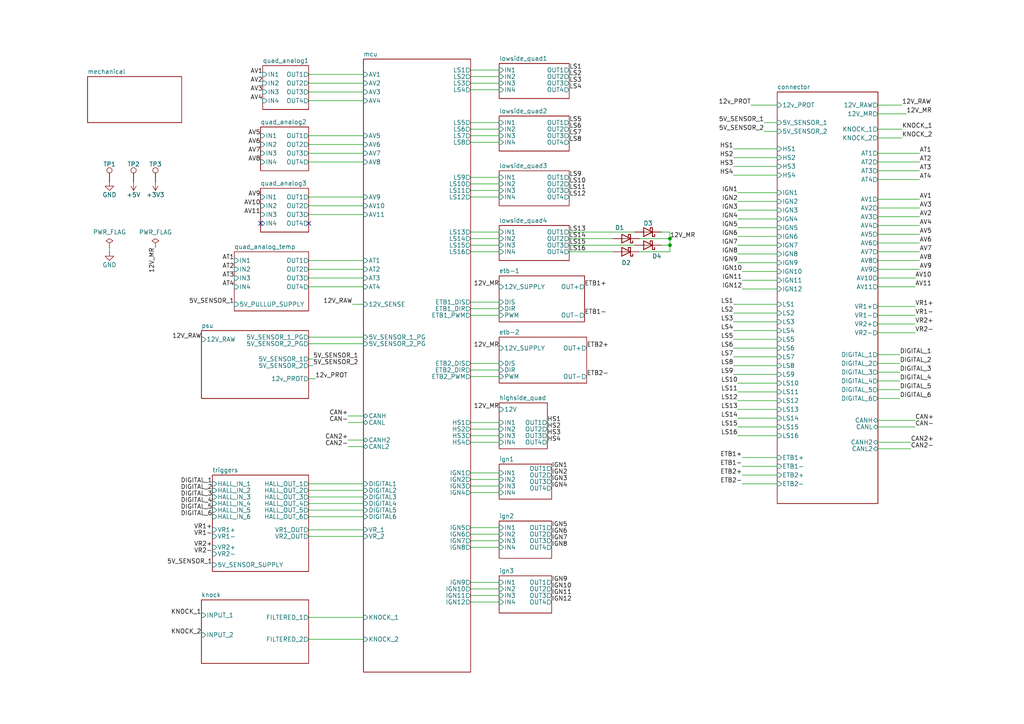
<source format=kicad_sch>
(kicad_sch (version 20250114) (generator "eeschema") (generator_version "9.0")
  (paper "A4")
  (title_block (title "rusEfi Proteus") (date "2022-04-09") (rev "v0.7") (company "rusEFI") (comment 1 "github.com/mck1117/proteus") (comment 2 "rusefi.com/s/proteus"))
  (lib_symbols
    (symbol "Device:D_Schottky" (pin_numbers (hide yes)) (pin_names (offset 1.016) (hide yes))
      (property "Reference" "D" (at 0 2.54 0))
      (property "Value" "D_Schottky" (at 0 -2.54 0))
      (symbol "D_Schottky_0_1"
        (polyline (pts (xy -1.905 0.635) (xy -1.905 1.27) (xy -1.27 1.27) (xy -1.27 -1.27) (xy -0.635 -1.27) (xy -0.635 -0.635)) (stroke (width 0.254)))
        (polyline (pts (xy 1.27 1.27) (xy 1.27 -1.27) (xy -1.27 0) (xy 1.27 1.27)) (stroke (width 0.254)))
        (polyline (pts (xy 1.27 0) (xy -1.27 0)))
      )
      (symbol "D_Schottky_1_1"
        (pin passive line (at -3.81 0 0) (length 2.54) (name "K") (number "1"))
        (pin passive line (at 3.81 0 180) (length 2.54) (name "A") (number "2"))
      )
    )
    (symbol "SparkFun-Connector:TestPoint_1.25mm" (pin_numbers (hide yes)) (pin_names (offset 0.762) (hide yes))
      (property "Reference" "TP" (at 0 5.08 0))
      (symbol "TestPoint_1.25mm_0_1"
        (circle (center 0 3.302) (radius 0.762))
      )
      (symbol "TestPoint_1.25mm_1_1"
        (pin passive line (at 0 0 90) (length 2.54) (name "1") (number "1"))
      )
    )
    (symbol "power:+3V3" (power) (pin_numbers (hide yes)) (pin_names (offset 0) (hide yes))
      (property "Value" "+3V3" (at 0 3.556 0))
      (symbol "+3V3_0_1"
        (polyline (pts (xy -0.762 1.27) (xy 0 2.54)))
        (polyline (pts (xy 0 2.54) (xy 0.762 1.27)))
        (polyline (pts (xy 0 0) (xy 0 2.54)))
      )
      (symbol "+3V3_1_1"
        (pin power_in line (at 0 0 90) (length 0) (name "~") (number "1"))
      )
    )
    (symbol "power:+5V" (power) (pin_numbers (hide yes)) (pin_names (offset 0) (hide yes))
      (property "Value" "+5V" (at 0 3.556 0))
      (symbol "+5V_0_1"
        (polyline (pts (xy -0.762 1.27) (xy 0 2.54)))
        (polyline (pts (xy 0 2.54) (xy 0.762 1.27)))
        (polyline (pts (xy 0 0) (xy 0 2.54)))
      )
      (symbol "+5V_1_1"
        (pin power_in line (at 0 0 90) (length 0) (name "~") (number "1"))
      )
    )
    (symbol "power:GND" (power) (pin_numbers (hide yes)) (pin_names (offset 0) (hide yes))
      (property "Value" "GND" (at 0 -3.81 0))
      (symbol "GND_0_1"
        (polyline (pts (xy 0 0) (xy 0 -1.27) (xy 1.27 -1.27) (xy 0 -2.54) (xy -1.27 -1.27) (xy 0 -1.27)))
      )
      (symbol "GND_1_1"
        (pin power_in line (at 0 0 270) (length 0) (name "~") (number "1"))
      )
    )
    (symbol "power:PWR_FLAG" (power) (pin_numbers (hide yes)) (pin_names (offset 0) (hide yes))
      (property "Value" "PWR_FLAG" (at 0 3.81 0))
      (symbol "PWR_FLAG_0_0"
        (pin power_out line (at 0 0 90) (length 0) (name "~") (number "1"))
      )
      (symbol "PWR_FLAG_0_1"
        (polyline (pts (xy 0 0) (xy 0 1.27) (xy -1.016 1.905) (xy 0 2.54) (xy 1.016 1.905) (xy 0 1.27)))
      )
    )
  )
  (junction (at 194.31 69.215))
  (junction (at 194.31 71.12))
  (no_connect (at 89.535 64.77))
  (no_connect (at 75.565 64.77))
  (wire (pts (xy 213.995 71.12) (xy 225.425 71.12)))
  (wire (pts (xy 136.525 53.34) (xy 144.78 53.34)))
  (wire (pts (xy 265.43 96.52) (xy 254.635 96.52)))
  (wire (pts (xy 261.62 30.48) (xy 254.635 30.48)))
  (wire (pts (xy 191.77 71.12) (xy 194.31 71.12)))
  (wire (pts (xy 266.7 52.07) (xy 254.635 52.07)))
  (wire (pts (xy 165.1 67.31) (xy 184.15 67.31)))
  (wire (pts (xy 212.725 98.425) (xy 225.425 98.425)))
  (wire (pts (xy 213.995 66.04) (xy 225.425 66.04)))
  (wire (pts (xy 215.265 135.255) (xy 225.425 135.255)))
  (wire (pts (xy 136.525 153.035) (xy 144.78 153.035)))
  (wire (pts (xy 185.42 73.025) (xy 194.31 73.025)))
  (wire (pts (xy 165.1 73.025) (xy 177.8 73.025)))
  (wire (pts (xy 212.725 48.26) (xy 225.425 48.26)))
  (wire (pts (xy 89.535 75.565) (xy 105.41 75.565)))
  (wire (pts (xy 212.725 95.885) (xy 225.425 95.885)))
  (wire (pts (xy 215.265 132.715) (xy 225.425 132.715)))
  (wire (pts (xy 136.525 109.22) (xy 144.78 109.22)))
  (wire (pts (xy 136.525 124.46) (xy 144.78 124.46)))
  (wire (pts (xy 89.535 97.79) (xy 105.41 97.79)))
  (wire (pts (xy 265.43 80.645) (xy 254.635 80.645)))
  (wire (pts (xy 185.42 69.215) (xy 194.31 69.215)))
  (wire (pts (xy 260.985 107.95) (xy 254.635 107.95)))
  (wire (pts (xy 136.525 73.025) (xy 144.78 73.025)))
  (wire (pts (xy 136.525 35.56) (xy 144.78 35.56)))
  (wire (pts (xy 136.525 22.225) (xy 144.78 22.225)))
  (wire (pts (xy 89.535 144.145) (xy 105.41 144.145)))
  (wire (pts (xy 89.535 39.37) (xy 105.41 39.37)))
  (wire (pts (xy 89.535 109.855) (xy 91.44 109.855)))
  (wire (pts (xy 265.43 123.825) (xy 254.635 123.825)))
  (wire (pts (xy 213.995 58.42) (xy 225.425 58.42)))
  (wire (pts (xy 136.525 57.15) (xy 144.78 57.15)))
  (wire (pts (xy 31.75 73.025) (xy 31.75 71.755)))
  (wire (pts (xy 136.525 122.555) (xy 144.78 122.555)))
  (wire (pts (xy 89.535 62.23) (xy 105.41 62.23)))
  (wire (pts (xy 89.535 26.67) (xy 105.41 26.67)))
  (wire (pts (xy 265.43 93.98) (xy 254.635 93.98)))
  (wire (pts (xy 136.525 142.875) (xy 144.78 142.875)))
  (wire (pts (xy 89.535 41.91) (xy 105.41 41.91)))
  (wire (pts (xy 265.43 88.9) (xy 254.635 88.9)))
  (wire (pts (xy 136.525 128.27) (xy 144.78 128.27)))
  (wire (pts (xy 260.985 105.41) (xy 254.635 105.41)))
  (wire (pts (xy 89.535 57.15) (xy 105.41 57.15)))
  (wire (pts (xy 265.43 91.44) (xy 254.635 91.44)))
  (wire (pts (xy 136.525 39.37) (xy 144.78 39.37)))
  (wire (pts (xy 136.525 156.845) (xy 144.78 156.845)))
  (wire (pts (xy 136.525 55.245) (xy 144.78 55.245)))
  (wire (pts (xy 136.525 87.63) (xy 144.78 87.63)))
  (wire (pts (xy 89.535 155.575) (xy 105.41 155.575)))
  (wire (pts (xy 89.535 142.24) (xy 105.41 142.24)))
  (wire (pts (xy 213.995 126.365) (xy 225.425 126.365)))
  (wire (pts (xy 266.7 78.105) (xy 254.635 78.105)))
  (wire (pts (xy 264.16 128.27) (xy 254.635 128.27)))
  (wire (pts (xy 89.535 185.42) (xy 105.41 185.42)))
  (wire (pts (xy 89.535 99.695) (xy 105.41 99.695)))
  (wire (pts (xy 266.7 44.45) (xy 254.635 44.45)))
  (wire (pts (xy 215.265 81.28) (xy 225.425 81.28)))
  (wire (pts (xy 89.535 140.335) (xy 105.41 140.335)))
  (wire (pts (xy 213.995 121.285) (xy 225.425 121.285)))
  (wire (pts (xy 136.525 51.435) (xy 144.78 51.435)))
  (wire (pts (xy 89.535 179.07) (xy 105.41 179.07)))
  (wire (pts (xy 191.77 67.31) (xy 194.31 67.31)))
  (wire (pts (xy 212.725 103.505) (xy 225.425 103.505)))
  (wire (pts (xy 100.965 127.635) (xy 105.41 127.635)))
  (wire (pts (xy 136.525 126.365) (xy 144.78 126.365)))
  (wire (pts (xy 260.985 115.57) (xy 254.635 115.57)))
  (wire (pts (xy 215.265 137.795) (xy 225.425 137.795)))
  (wire (pts (xy 213.995 116.205) (xy 225.425 116.205)))
  (wire (pts (xy 213.995 111.125) (xy 225.425 111.125)))
  (wire (pts (xy 213.995 55.88) (xy 225.425 55.88)))
  (wire (pts (xy 213.995 113.665) (xy 225.425 113.665)))
  (wire (pts (xy 212.725 90.805) (xy 225.425 90.805)))
  (wire (pts (xy 136.525 26.035) (xy 144.78 26.035)))
  (wire (pts (xy 165.1 71.12) (xy 184.15 71.12)))
  (wire (pts (xy 266.7 70.485) (xy 254.635 70.485)))
  (wire (pts (xy 212.725 43.18) (xy 225.425 43.18)))
  (wire (pts (xy 194.31 73.025) (xy 194.31 71.12)))
  (wire (pts (xy 212.725 100.965) (xy 225.425 100.965)))
  (wire (pts (xy 266.7 65.405) (xy 254.635 65.405)))
  (wire (pts (xy 136.525 89.535) (xy 144.78 89.535)))
  (wire (pts (xy 136.525 107.315) (xy 144.78 107.315)))
  (wire (pts (xy 89.535 146.05) (xy 105.41 146.05)))
  (wire (pts (xy 266.7 46.99) (xy 254.635 46.99)))
  (wire (pts (xy 136.525 139.065) (xy 144.78 139.065)))
  (wire (pts (xy 144.78 158.75) (xy 136.525 158.75)))
  (wire (pts (xy 212.725 45.72) (xy 225.425 45.72)))
  (wire (pts (xy 89.535 83.185) (xy 105.41 83.185)))
  (wire (pts (xy 136.525 105.41) (xy 144.78 105.41)))
  (wire (pts (xy 89.535 104.14) (xy 90.805 104.14)))
  (wire (pts (xy 217.805 30.48) (xy 225.425 30.48)))
  (wire (pts (xy 221.615 38.1) (xy 225.425 38.1)))
  (wire (pts (xy 136.525 137.16) (xy 144.78 137.16)))
  (wire (pts (xy 212.725 88.265) (xy 225.425 88.265)))
  (wire (pts (xy 215.265 78.74) (xy 225.425 78.74)))
  (wire (pts (xy 212.725 93.345) (xy 225.425 93.345)))
  (wire (pts (xy 266.7 62.865) (xy 254.635 62.865)))
  (wire (pts (xy 136.525 174.625) (xy 144.78 174.625)))
  (wire (pts (xy 136.525 168.91) (xy 144.78 168.91)))
  (wire (pts (xy 100.965 122.555) (xy 105.41 122.555)))
  (wire (pts (xy 194.31 71.12) (xy 194.31 69.215)))
  (wire (pts (xy 260.985 110.49) (xy 254.635 110.49)))
  (wire (pts (xy 165.1 69.215) (xy 177.8 69.215)))
  (wire (pts (xy 266.7 49.53) (xy 254.635 49.53)))
  (wire (pts (xy 212.725 106.045) (xy 225.425 106.045)))
  (wire (pts (xy 89.535 78.105) (xy 105.41 78.105)))
  (wire (pts (xy 136.525 20.32) (xy 144.78 20.32)))
  (wire (pts (xy 136.525 37.465) (xy 144.78 37.465)))
  (wire (pts (xy 260.985 102.87) (xy 254.635 102.87)))
  (wire (pts (xy 136.525 172.72) (xy 144.78 172.72)))
  (wire (pts (xy 194.31 67.31) (xy 194.31 69.215)))
  (wire (pts (xy 89.535 44.45) (xy 105.41 44.45)))
  (wire (pts (xy 136.525 91.44) (xy 144.78 91.44)))
  (wire (pts (xy 221.615 35.56) (xy 225.425 35.56)))
  (wire (pts (xy 136.525 24.13) (xy 144.78 24.13)))
  (wire (pts (xy 261.62 40.005) (xy 254.635 40.005)))
  (wire (pts (xy 265.43 83.185) (xy 254.635 83.185)))
  (wire (pts (xy 261.62 37.465) (xy 254.635 37.465)))
  (wire (pts (xy 213.995 76.2) (xy 225.425 76.2)))
  (wire (pts (xy 136.525 170.815) (xy 144.78 170.815)))
  (wire (pts (xy 266.7 73.025) (xy 254.635 73.025)))
  (wire (pts (xy 89.535 59.69) (xy 105.41 59.69)))
  (wire (pts (xy 89.535 24.13) (xy 105.41 24.13)))
  (wire (pts (xy 89.535 21.59) (xy 105.41 21.59)))
  (wire (pts (xy 260.985 113.03) (xy 254.635 113.03)))
  (wire (pts (xy 89.535 153.67) (xy 105.41 153.67)))
  (wire (pts (xy 264.16 130.175) (xy 254.635 130.175)))
  (wire (pts (xy 212.725 108.585) (xy 225.425 108.585)))
  (wire (pts (xy 266.7 57.785) (xy 254.635 57.785)))
  (wire (pts (xy 136.525 71.12) (xy 144.78 71.12)))
  (wire (pts (xy 213.995 118.745) (xy 225.425 118.745)))
  (wire (pts (xy 100.965 120.65) (xy 105.41 120.65)))
  (wire (pts (xy 136.525 67.31) (xy 144.78 67.31)))
  (wire (pts (xy 89.535 29.21) (xy 105.41 29.21)))
  (wire (pts (xy 136.525 69.215) (xy 144.78 69.215)))
  (wire (pts (xy 89.535 80.645) (xy 105.41 80.645)))
  (wire (pts (xy 144.78 154.94) (xy 136.525 154.94)))
  (wire (pts (xy 89.535 149.86) (xy 105.41 149.86)))
  (wire (pts (xy 213.995 68.58) (xy 225.425 68.58)))
  (wire (pts (xy 136.525 140.97) (xy 144.78 140.97)))
  (wire (pts (xy 215.265 140.335) (xy 225.425 140.335)))
  (wire (pts (xy 266.7 75.565) (xy 254.635 75.565)))
  (wire (pts (xy 265.43 121.92) (xy 254.635 121.92)))
  (wire (pts (xy 262.89 33.02) (xy 254.635 33.02)))
  (wire (pts (xy 215.265 83.82) (xy 225.425 83.82)))
  (wire (pts (xy 213.995 63.5) (xy 225.425 63.5)))
  (wire (pts (xy 89.535 147.955) (xy 105.41 147.955)))
  (wire (pts (xy 89.535 46.99) (xy 105.41 46.99)))
  (wire (pts (xy 212.725 50.8) (xy 225.425 50.8)))
  (wire (pts (xy 266.7 60.325) (xy 254.635 60.325)))
  (wire (pts (xy 136.525 41.275) (xy 144.78 41.275)))
  (wire (pts (xy 266.7 67.945) (xy 254.635 67.945)))
  (wire (pts (xy 213.995 73.66) (xy 225.425 73.66)))
  (wire (pts (xy 100.965 129.54) (xy 105.41 129.54)))
  (wire (pts (xy 90.805 106.045) (xy 89.535 106.045)))
  (wire (pts (xy 213.995 123.825) (xy 225.425 123.825)))
  (wire (pts (xy 102.235 88.265) (xy 105.41 88.265)))
  (wire (pts (xy 213.995 60.96) (xy 225.425 60.96)))
  (label "VR1-" (at 265.43 91.44 0))
  (label "KNOCK_1" (at 58.42 178.435 180))
  (label "VR2-" (at 265.43 96.52 0))
  (label "ETB2-" (at 215.265 140.335 180))
  (label "IGN11" (at 160.02 172.72 0))
  (label "HS4" (at 158.75 128.27 0))
  (label "LS8" (at 212.725 106.045 180))
  (label "IGN12" (at 215.265 83.82 180))
  (label "12v_PROT" (at 91.44 109.855 0))
  (label "AV2" (at 266.7 62.865 0))
  (label "DIGITAL_2" (at 260.985 105.41 0))
  (label "DIGITAL_1" (at 61.595 140.335 180))
  (label "DIGITAL_6" (at 61.595 149.86 180))
  (label "AV4" (at 76.2 29.21 180))
  (label "DIGITAL_6" (at 260.985 115.57 0))
  (label "IGN7" (at 213.995 71.12 180))
  (label "ETB1+" (at 169.545 83.185 0))
  (label "12V_MR" (at 45.085 71.755 270))
  (label "5V_SENSOR_2" (at 221.615 38.1 180))
  (label "12V_RAW" (at 261.62 30.48 0))
  (label "HS2" (at 212.725 45.72 180))
  (label "VR1-" (at 61.595 155.575 180))
  (label "5V_SENSOR_1" (at 61.595 163.83 180))
  (label "CAN2+" (at 264.16 128.27 0))
  (label "AV3" (at 266.7 60.325 0))
  (label "IGN4" (at 213.995 63.5 180))
  (label "AT2" (at 266.7 46.99 0))
  (label "LS3" (at 212.725 93.345 180))
  (label "IGN1" (at 160.02 135.89 0))
  (label "DIGITAL_3" (at 260.985 107.95 0))
  (label "AV4" (at 266.7 65.405 0))
  (label "12V_RAW" (at 58.42 98.425 180))
  (label "IGN8" (at 160.02 158.75 0))
  (label "AV8" (at 266.7 75.565 0))
  (label "LS5" (at 212.725 98.425 180))
  (label "HS1" (at 158.75 122.555 0))
  (label "LS11" (at 213.995 113.665 180))
  (label "IGN2" (at 213.995 58.42 180))
  (label "LS2" (at 165.1 22.225 0))
  (label "LS10" (at 165.1 53.34 0))
  (label "CAN+" (at 265.43 121.92 0))
  (label "DIGITAL_2" (at 61.595 142.24 180))
  (label "ETB2-" (at 170.18 109.22 0))
  (label "AV11" (at 75.565 62.23 180))
  (label "KNOCK_2" (at 261.62 40.005 0))
  (label "ETB1-" (at 215.265 135.255 180))
  (label "AV8" (at 75.565 46.99 180))
  (label "IGN10" (at 215.265 78.74 180))
  (label "AT3" (at 266.7 49.53 0))
  (label "AV3" (at 76.2 26.67 180))
  (label "LS5" (at 165.1 35.56 0))
  (label "12V_MR" (at 262.89 33.02 0))
  (label "IGN12" (at 160.02 174.625 0))
  (label "AV9" (at 266.7 78.105 0))
  (label "AV5" (at 266.7 67.945 0))
  (label "AV7" (at 266.7 73.025 0))
  (label "5V_SENSOR_2" (at 90.805 106.045 0))
  (label "AT4" (at 67.945 83.185 180))
  (label "LS9" (at 165.1 51.435 0))
  (label "AV7" (at 75.565 44.45 180))
  (label "CAN-" (at 100.965 122.555 180))
  (label "AV6" (at 266.7 70.485 0))
  (label "HS4" (at 212.725 50.8 180))
  (label "DIGITAL_3" (at 61.595 144.145 180))
  (label "CAN-" (at 265.43 123.825 0))
  (label "LS6" (at 212.725 100.965 180))
  (label "IGN5" (at 213.995 66.04 180))
  (label "AT1" (at 67.945 75.565 180))
  (label "KNOCK_2" (at 58.42 184.15 180))
  (label "12V_RAW" (at 102.235 88.265 180))
  (label "12V_MR" (at 144.78 100.965 180))
  (label "CAN2-" (at 264.16 130.175 0))
  (label "AT3" (at 67.945 80.645 180))
  (label "12V_MR" (at 194.31 69.215 0))
  (label "DIGITAL_1" (at 260.985 102.87 0))
  (label "AT1" (at 266.7 44.45 0))
  (label "LS13" (at 213.995 118.745 180))
  (label "LS7" (at 212.725 103.505 180))
  (label "VR2+" (at 61.595 158.75 180))
  (label "LS14" (at 213.995 121.285 180))
  (label "AV10" (at 75.565 59.69 180))
  (label "LS1" (at 165.1 20.32 0))
  (label "LS4" (at 212.725 95.885 180))
  (label "CAN+" (at 100.965 120.65 180))
  (label "LS14" (at 165.1 69.215 0))
  (label "AT4" (at 266.7 52.07 0))
  (label "LS10" (at 213.995 111.125 180))
  (label "LS2" (at 212.725 90.805 180))
  (label "LS1" (at 212.725 88.265 180))
  (label "5V_SENSOR_1" (at 67.945 88.265 180))
  (label "LS9" (at 212.725 108.585 180))
  (label "LS15" (at 213.995 123.825 180))
  (label "VR1+" (at 265.43 88.9 0))
  (label "ETB1+" (at 215.265 132.715 180))
  (label "DIGITAL_5" (at 260.985 113.03 0))
  (label "CAN2+" (at 100.965 127.635 180))
  (label "VR2-" (at 61.595 160.655 180))
  (label "ETB1-" (at 169.545 91.44 0))
  (label "ETB2+" (at 215.265 137.795 180))
  (label "LS7" (at 165.1 39.37 0))
  (label "CAN2-" (at 100.965 129.54 180))
  (label "AV5" (at 75.565 39.37 180))
  (label "VR2+" (at 265.43 93.98 0))
  (label "AV9" (at 75.565 57.15 180))
  (label "IGN6" (at 160.02 154.94 0))
  (label "LS13" (at 165.1 67.31 0))
  (label "LS12" (at 165.1 57.15 0))
  (label "AT2" (at 67.945 78.105 180))
  (label "LS8" (at 165.1 41.275 0))
  (label "HS1" (at 212.725 43.18 180))
  (label "LS11" (at 165.1 55.245 0))
  (label "IGN10" (at 160.02 170.815 0))
  (label "IGN6" (at 213.995 68.58 180))
  (label "AV2" (at 76.2 24.13 180))
  (label "DIGITAL_5" (at 61.595 147.955 180))
  (label "AV10" (at 265.43 80.645 0))
  (label "5V_SENSOR_1" (at 221.615 35.56 180))
  (label "12V_MR" (at 144.78 118.745 180))
  (label "LS16" (at 213.995 126.365 180))
  (label "IGN3" (at 213.995 60.96 180))
  (label "LS6" (at 165.1 37.465 0))
  (label "5V_SENSOR_1" (at 90.805 104.14 0))
  (label "LS12" (at 213.995 116.205 180))
  (label "HS3" (at 212.725 48.26 180))
  (label "IGN4" (at 160.02 141.605 0))
  (label "DIGITAL_4" (at 260.985 110.49 0))
  (label "IGN1" (at 213.995 55.88 180))
  (label "IGN2" (at 160.02 137.795 0))
  (label "DIGITAL_4" (at 61.595 146.05 180))
  (label "HS3" (at 158.75 126.365 0))
  (label "HS2" (at 158.75 124.46 0))
  (label "LS3" (at 165.1 24.13 0))
  (label "KNOCK_1" (at 261.62 37.465 0))
  (label "IGN9" (at 213.995 76.2 180))
  (label "IGN8" (at 213.995 73.66 180))
  (label "IGN7" (at 160.02 156.845 0))
  (label "LS15" (at 165.1 71.12 0))
  (label "IGN9" (at 160.02 168.91 0))
  (label "IGN11" (at 215.265 81.28 180))
  (label "LS16" (at 165.1 73.025 0))
  (label "12v_PROT" (at 217.805 30.48 180))
  (label "ETB2+" (at 170.18 100.965 0))
  (label "VR1+" (at 61.595 153.67 180))
  (label "LS4" (at 165.1 26.035 0))
  (label "IGN3" (at 160.02 139.7 0))
  (label "IGN5" (at 160.02 153.035 0))
  (label "AV11" (at 265.43 83.185 0))
  (label "AV6" (at 75.565 41.91 180))
  (label "12V_MR" (at 144.78 83.185 180))
  (label "AV1" (at 266.7 57.785 0))
  (label "AV1" (at 76.2 21.59 180))
  (symbol (lib_id "power:PWR_FLAG") (at 45.085 71.755 0) (unit 1)
    (property "Reference" "#FLG02" (effects (hide yes)))
    (property "Value" "PWR_FLAG" (at 45.085 67.3608 0))
    (property "Description" "Special symbol for telling ERC where power comes from" (effects (hide yes)))
  )
  (symbol (lib_id "Device:D_Schottky") (at 181.61 73.025 180) (unit 1)
    (property "Reference" "D2" (at 181.61 76.2 0))
    (property "Value" "D_Schottky" (effects (hide yes)))
    (property "Footprint" "Diode_SMD:D_SMA" (effects (hide yes)))
    (property "LCSC" "C8678" (effects (hide yes)))
    (property "LCSC_ext" "0" (effects (hide yes)))
  )
  (symbol (lib_id "Device:D_Schottky") (at 187.96 71.12 180) (unit 1)
    (property "Reference" "D4" (at 190.5 74.295 0))
    (property "Value" "D_Schottky" (effects (hide yes)))
    (property "Footprint" "Diode_SMD:D_SMA" (effects (hide yes)))
    (property "LCSC" "C8678" (effects (hide yes)))
    (property "LCSC_ext" "0" (effects (hide yes)))
  )
  (symbol (lib_id "Device:D_Schottky") (at 181.61 69.215 180) (unit 1)
    (property "Reference" "D1" (at 179.705 66.04 0))
    (property "Value" "D_Schottky" (effects (hide yes)))
    (property "Footprint" "Diode_SMD:D_SMA" (effects (hide yes)))
    (property "LCSC" "C8678" (effects (hide yes)))
    (property "LCSC_ext" "0" (effects (hide yes)))
  )
  (symbol (lib_id "Device:D_Schottky") (at 187.96 67.31 180) (unit 1)
    (property "Reference" "D3" (at 187.96 64.77 0))
    (property "Value" "D_Schottky" (effects (hide yes)))
    (property "Footprint" "Diode_SMD:D_SMA" (effects (hide yes)))
    (property "LCSC" "C8678" (effects (hide yes)))
    (property "LCSC_ext" "0" (effects (hide yes)))
    (property "Sim.Device" "D" (effects (hide yes)))
    (property "Sim.Pins" "1=A 2=K" (effects (hide yes)))
  )
  (symbol (lib_id "SparkFun-Connector:TestPoint_1.25mm") (at 38.735 52.705 0) (unit 1)
    (property "Reference" "TP2" (at 38.735 47.625 0))
    (property "Value" "1.25mm" (effects (hide yes)))
    (property "Footprint" "PCM_SparkFun-Connector:TestPoint-1.25mm" (effects (hide yes)))
    (property "Description" "Test Point" (effects (hide yes)))
  )
  (symbol (lib_id "SparkFun-Connector:TestPoint_1.25mm") (at 31.75 52.705 0) (unit 1)
    (property "Reference" "TP1" (at 31.75 47.625 0))
    (property "Value" "1.25mm" (effects (hide yes)))
    (property "Footprint" "PCM_SparkFun-Connector:TestPoint-1.25mm" (effects (hide yes)))
    (property "Description" "Test Point" (effects (hide yes)))
  )
  (symbol (lib_id "SparkFun-Connector:TestPoint_1.25mm") (at 45.085 52.705 0) (unit 1)
    (property "Reference" "TP3" (at 45.085 47.625 0))
    (property "Value" "1.25mm" (effects (hide yes)))
    (property "Footprint" "PCM_SparkFun-Connector:TestPoint-1.25mm" (effects (hide yes)))
    (property "Description" "Test Point" (effects (hide yes)))
  )
  (symbol (lib_id "power:PWR_FLAG") (at 31.75 71.755 0) (unit 1) (in_bom no) (on_board no)
    (property "Reference" "#FLG08" (effects (hide yes)))
    (property "Value" "PWR_FLAG" (at 31.75 67.31 0))
    (property "Description" "Special symbol for telling ERC where power comes from" (effects (hide yes)))
  )
  (symbol (lib_id "power:+3V3") (at 45.085 52.705 180) (unit 1)
    (property "Reference" "#PWR04" (effects (hide yes)))
    (property "Value" "+3V3" (at 45.085 56.515 0))
    (property "Description" "Power symbol creates a global label with name \"+3V3\"" (effects (hide yes)))
  )
  (symbol (lib_id "power:GND") (at 31.75 73.025 0) (unit 1)
    (property "Reference" "#PWR0331" (effects (hide yes)))
    (property "Value" "GND" (at 31.75 76.835 0))
    (property "Description" "Power symbol creates a global label with name \"GND\" , ground" (effects (hide yes)))
  )
  (symbol (lib_id "power:GND") (at 31.75 52.705 0) (unit 1)
    (property "Reference" "#PWR02" (effects (hide yes)))
    (property "Value" "GND" (at 31.75 56.515 0))
    (property "Description" "Power symbol creates a global label with name \"GND\" , ground" (effects (hide yes)))
  )
  (symbol (lib_id "power:+5V") (at 38.735 52.705 180) (unit 1)
    (property "Reference" "#PWR03" (effects (hide yes)))
    (property "Value" "+5V" (at 38.735 56.515 0))
    (property "Description" "Power symbol creates a global label with name \"+5V\"" (effects (hide yes)))
  )
  (sheet (at 144.78 134.62) (size 15.24 10.16)
    (property "Sheetname" "ign1" (at 144.78 133.9084 0) (effects (justify left bottom)))
    (property "Sheetfile" "ign4.kicad_sch" (effects (hide yes)))
    (pin "OUT1" output (at 160.02 135.89 0))
    (pin "OUT2" output (at 160.02 137.795 0))
    (pin "OUT3" output (at 160.02 139.7 0))
    (pin "OUT4" output (at 160.02 141.605 0))
    (pin "IN1" input (at 144.78 137.16 180))
    (pin "IN2" input (at 144.78 139.065 180))
    (pin "IN3" input (at 144.78 140.97 180))
    (pin "IN4" input (at 144.78 142.875 180))
  )
  (sheet (at 144.78 18.415) (size 20.32 10.16)
    (property "Sheetname" "lowside_quad1" (at 144.78 17.7034 0) (effects (justify left bottom)))
    (property "Sheetfile" "lowside_quad.kicad_sch" (effects (hide yes)))
    (pin "OUT1" output (at 165.1 20.32 0))
    (pin "OUT2" output (at 165.1 22.225 0))
    (pin "IN1" input (at 144.78 20.32 180))
    (pin "IN2" input (at 144.78 22.225 180))
    (pin "OUT3" output (at 165.1 24.13 0))
    (pin "OUT4" output (at 165.1 26.035 0))
    (pin "IN3" input (at 144.78 24.13 180))
    (pin "IN4" input (at 144.78 26.035 180))
  )
  (sheet (at 144.78 151.13) (size 15.24 10.795)
    (property "Sheetname" "ign2" (at 144.78 150.4184 0) (effects (justify left bottom)))
    (property "Sheetfile" "ign4.kicad_sch" (effects (hide yes)))
    (pin "OUT1" output (at 160.02 153.035 0))
    (pin "OUT2" output (at 160.02 154.94 0))
    (pin "OUT3" output (at 160.02 156.845 0))
    (pin "OUT4" output (at 160.02 158.75 0))
    (pin "IN1" input (at 144.78 153.035 180))
    (pin "IN2" input (at 144.78 154.94 180))
    (pin "IN3" input (at 144.78 156.845 180))
    (pin "IN4" input (at 144.78 158.75 180))
  )
  (sheet (at 144.78 167.005) (size 15.24 10.795)
    (property "Sheetname" "ign3" (at 144.78 166.2934 0) (effects (justify left bottom)))
    (property "Sheetfile" "ign4.kicad_sch" (effects (hide yes)))
    (pin "OUT1" output (at 160.02 168.91 0))
    (pin "OUT2" output (at 160.02 170.815 0))
    (pin "OUT3" output (at 160.02 172.72 0))
    (pin "OUT4" output (at 160.02 174.625 0))
    (pin "IN1" input (at 144.78 168.91 180))
    (pin "IN2" input (at 144.78 170.815 180))
    (pin "IN3" input (at 144.78 172.72 180))
    (pin "IN4" input (at 144.78 174.625 180))
  )
  (sheet (at 105.41 17.145) (size 31.115 177.8)
    (property "Sheetname" "mcu" (at 105.41 16.4334 0) (effects (justify left bottom)))
    (property "Sheetfile" "mcu.kicad_sch" (effects (hide yes)))
    (pin "LS1" output (at 136.525 20.32 0))
    (pin "LS2" output (at 136.525 22.225 0))
    (pin "LS3" output (at 136.525 24.13 0))
    (pin "LS4" output (at 136.525 26.035 0))
    (pin "LS5" output (at 136.525 35.56 0))
    (pin "LS6" output (at 136.525 37.465 0))
    (pin "LS7" output (at 136.525 39.37 0))
    (pin "LS8" output (at 136.525 41.275 0))
    (pin "LS9" output (at 136.525 51.435 0))
    (pin "LS10" output (at 136.525 53.34 0))
    (pin "LS11" output (at 136.525 55.245 0))
    (pin "LS13" output (at 136.525 67.31 0))
    (pin "LS12" output (at 136.525 57.15 0))
    (pin "LS14" output (at 136.525 69.215 0))
    (pin "LS15" output (at 136.525 71.12 0))
    (pin "LS16" output (at 136.525 73.025 0))
    (pin "AV1" input (at 105.41 21.59 180))
    (pin "AV2" input (at 105.41 24.13 180))
    (pin "AV3" input (at 105.41 26.67 180))
    (pin "AV4" input (at 105.41 29.21 180))
    (pin "AV5" input (at 105.41 39.37 180))
    (pin "AV6" input (at 105.41 41.91 180))
    (pin "AV7" input (at 105.41 44.45 180))
    (pin "AV8" input (at 105.41 46.99 180))
    (pin "AV9" input (at 105.41 57.15 180))
    (pin "AV10" input (at 105.41 59.69 180))
    (pin "AV11" input (at 105.41 62.23 180))
    (pin "AT1" input (at 105.41 75.565 180))
    (pin "AT2" input (at 105.41 78.105 180))
    (pin "AT3" input (at 105.41 80.645 180))
    (pin "AT4" input (at 105.41 83.185 180))
    (pin "5V_SENSOR_1_PG" input (at 105.41 97.79 180))
    (pin "5V_SENSOR_2_PG" input (at 105.41 99.695 180))
    (pin "ETB1_DIS" output (at 136.525 87.63 0))
    (pin "ETB1_DIR" output (at 136.525 89.535 0))
    (pin "ETB1_PWM" output (at 136.525 91.44 0))
    (pin "ETB2_DIS" output (at 136.525 105.41 0))
    (pin "ETB2_DIR" output (at 136.525 107.315 0))
    (pin "ETB2_PWM" output (at 136.525 109.22 0))
    (pin "HS1" output (at 136.525 122.555 0))
    (pin "HS2" output (at 136.525 124.46 0))
    (pin "HS3" output (at 136.525 126.365 0))
    (pin "HS4" output (at 136.525 128.27 0))
    (pin "12V_SENSE" input (at 105.41 88.265 180))
    (pin "DIGITAL1" input (at 105.41 140.335 180))
    (pin "DIGITAL2" input (at 105.41 142.24 180))
    (pin "DIGITAL3" input (at 105.41 144.145 180))
    (pin "DIGITAL4" input (at 105.41 146.05 180))
    (pin "DIGITAL5" input (at 105.41 147.955 180))
    (pin "DIGITAL6" input (at 105.41 149.86 180))
    (pin "IGN1" output (at 136.525 137.16 0))
    (pin "IGN2" output (at 136.525 139.065 0))
    (pin "IGN3" output (at 136.525 140.97 0))
    (pin "IGN4" output (at 136.525 142.875 0))
    (pin "IGN5" output (at 136.525 153.035 0))
    (pin "IGN6" output (at 136.525 154.94 0))
    (pin "IGN7" output (at 136.525 156.845 0))
    (pin "IGN8" output (at 136.525 158.75 0))
    (pin "IGN9" output (at 136.525 168.91 0))
    (pin "IGN10" output (at 136.525 170.815 0))
    (pin "IGN11" output (at 136.525 172.72 0))
    (pin "IGN12" output (at 136.525 174.625 0))
    (pin "KNOCK_1" input (at 105.41 179.07 180))
    (pin "KNOCK_2" input (at 105.41 185.42 180))
    (pin "VR_1" input (at 105.41 153.67 180))
    (pin "VR_2" input (at 105.41 155.575 180))
    (pin "CANH" bidirectional (at 105.41 120.65 180))
    (pin "CANH2" bidirectional (at 105.41 127.635 180))
    (pin "CANL" bidirectional (at 105.41 122.555 180))
    (pin "CANL2" bidirectional (at 105.41 129.54 180))
  )
  (sheet (at 144.78 33.655) (size 20.32 10.16)
    (property "Sheetname" "lowside_quad2" (at 144.78 32.9434 0) (effects (justify left bottom)))
    (property "Sheetfile" "lowside_quad.kicad_sch" (effects (hide yes)))
    (pin "OUT1" output (at 165.1 35.56 0))
    (pin "OUT2" output (at 165.1 37.465 0))
    (pin "IN1" input (at 144.78 35.56 180))
    (pin "IN2" input (at 144.78 37.465 180))
    (pin "OUT3" output (at 165.1 39.37 0))
    (pin "OUT4" output (at 165.1 41.275 0))
    (pin "IN3" input (at 144.78 39.37 180))
    (pin "IN4" input (at 144.78 41.275 180))
  )
  (sheet (at 144.78 49.53) (size 20.32 10.16)
    (property "Sheetname" "lowside_quad3" (at 144.78 48.8184 0) (effects (justify left bottom)))
    (property "Sheetfile" "lowside_quad.kicad_sch" (effects (hide yes)))
    (pin "OUT1" output (at 165.1 51.435 0))
    (pin "OUT2" output (at 165.1 53.34 0))
    (pin "IN1" input (at 144.78 51.435 180))
    (pin "IN2" input (at 144.78 53.34 180))
    (pin "OUT3" output (at 165.1 55.245 0))
    (pin "OUT4" output (at 165.1 57.15 0))
    (pin "IN3" input (at 144.78 55.245 180))
    (pin "IN4" input (at 144.78 57.15 180))
  )
  (sheet (at 144.78 65.405) (size 20.32 10.16)
    (property "Sheetname" "lowside_quad4" (at 144.78 64.6934 0) (effects (justify left bottom)))
    (property "Sheetfile" "lowside_quad.kicad_sch" (effects (hide yes)))
    (pin "OUT1" output (at 165.1 67.31 0))
    (pin "OUT2" output (at 165.1 69.215 0))
    (pin "IN1" input (at 144.78 67.31 180))
    (pin "IN2" input (at 144.78 69.215 180))
    (pin "OUT3" output (at 165.1 71.12 0))
    (pin "OUT4" output (at 165.1 73.025 0))
    (pin "IN3" input (at 144.78 71.12 180))
    (pin "IN4" input (at 144.78 73.025 180))
  )
  (sheet (at 76.2 19.05) (size 13.335 12.7)
    (property "Sheetname" "quad_analog1" (at 76.2 18.3384 0) (effects (justify left bottom)))
    (property "Sheetfile" "quad_analog.kicad_sch" (effects (hide yes)))
    (pin "IN1" input (at 76.2 21.59 180))
    (pin "IN2" input (at 76.2 24.13 180))
    (pin "IN3" input (at 76.2 26.67 180))
    (pin "IN4" input (at 76.2 29.21 180))
    (pin "OUT1" output (at 89.535 21.59 0))
    (pin "OUT2" output (at 89.535 24.13 0))
    (pin "OUT3" output (at 89.535 26.67 0))
    (pin "OUT4" output (at 89.535 29.21 0))
  )
  (sheet (at 75.565 36.83) (size 13.97 12.7)
    (property "Sheetname" "quad_analog2" (at 75.565 36.1184 0) (effects (justify left bottom)))
    (property "Sheetfile" "quad_analog.kicad_sch" (effects (hide yes)))
    (pin "IN1" input (at 75.565 39.37 180))
    (pin "IN2" input (at 75.565 41.91 180))
    (pin "IN3" input (at 75.565 44.45 180))
    (pin "IN4" input (at 75.565 46.99 180))
    (pin "OUT1" output (at 89.535 39.37 0))
    (pin "OUT2" output (at 89.535 41.91 0))
    (pin "OUT3" output (at 89.535 44.45 0))
    (pin "OUT4" output (at 89.535 46.99 0))
  )
  (sheet (at 75.565 54.61) (size 13.97 12.7)
    (property "Sheetname" "quad_analog3" (at 75.565 53.8984 0) (effects (justify left bottom)))
    (property "Sheetfile" "quad_analog.kicad_sch" (effects (hide yes)))
    (pin "IN1" input (at 75.565 57.15 180))
    (pin "IN2" input (at 75.565 59.69 180))
    (pin "IN3" input (at 75.565 62.23 180))
    (pin "IN4" input (at 75.565 64.77 180))
    (pin "OUT1" output (at 89.535 57.15 0))
    (pin "OUT2" output (at 89.535 59.69 0))
    (pin "OUT3" output (at 89.535 62.23 0))
    (pin "OUT4" output (at 89.535 64.77 0))
  )
  (sheet (at 58.42 95.885) (size 31.115 19.685)
    (property "Sheetname" "psu" (at 58.42 95.1734 0) (effects (justify left bottom)))
    (property "Sheetfile" "psu.kicad_sch" (effects (hide yes)))
    (pin "12V_RAW" input (at 58.42 98.425 180))
    (pin "5V_SENSOR_1" output (at 89.535 104.14 0))
    (pin "5V_SENSOR_1_PG" output (at 89.535 97.79 0))
    (pin "5V_SENSOR_2" output (at 89.535 106.045 0))
    (pin "5V_SENSOR_2_PG" output (at 89.535 99.695 0))
    (pin "12v_PROT" output (at 89.535 109.855 0))
  )
  (sheet (at 67.945 73.025) (size 21.59 17.145)
    (property "Sheetname" "quad_analog_temp" (at 67.945 72.3134 0) (effects (justify left bottom)))
    (property "Sheetfile" "quad_analog_pullup.kicad_sch" (effects (hide yes)))
    (pin "IN1" input (at 67.945 75.565 180))
    (pin "IN2" input (at 67.945 78.105 180))
    (pin "IN3" input (at 67.945 80.645 180))
    (pin "IN4" input (at 67.945 83.185 180))
    (pin "OUT1" output (at 89.535 75.565 0))
    (pin "OUT2" output (at 89.535 78.105 0))
    (pin "OUT3" output (at 89.535 80.645 0))
    (pin "OUT4" output (at 89.535 83.185 0))
    (pin "5V_PULLUP_SUPPLY" input (at 67.945 88.265 180))
  )
  (sheet (at 144.78 116.84) (size 13.97 13.335)
    (property "Sheetname" "highside_quad" (at 144.78 116.1284 0) (effects (justify left bottom)))
    (property "Sheetfile" "highside_quad.kicad_sch" (effects (hide yes)))
    (pin "12V" input (at 144.78 118.745 180))
    (pin "OUT1" output (at 158.75 122.555 0))
    (pin "OUT2" output (at 158.75 124.46 0))
    (pin "OUT3" output (at 158.75 126.365 0))
    (pin "OUT4" output (at 158.75 128.27 0))
    (pin "IN1" input (at 144.78 122.555 180))
    (pin "IN2" input (at 144.78 124.46 180))
    (pin "IN3" input (at 144.78 126.365 180))
    (pin "IN4" input (at 144.78 128.27 180))
  )
  (sheet (at 61.595 137.795) (size 27.94 27.94)
    (property "Sheetname" "triggers" (at 61.595 137.0834 0) (effects (justify left bottom)))
    (property "Sheetfile" "triggers.kicad_sch" (effects (hide yes)))
    (pin "HALL_IN_1" input (at 61.595 140.335 180))
    (pin "5V_SENSOR_SUPPLY" input (at 61.595 163.83 180))
    (pin "HALL_OUT_1" output (at 89.535 140.335 0))
    (pin "HALL_IN_2" input (at 61.595 142.24 180))
    (pin "HALL_OUT_2" output (at 89.535 142.24 0))
    (pin "HALL_IN_3" input (at 61.595 144.145 180))
    (pin "HALL_OUT_3" output (at 89.535 144.145 0))
    (pin "HALL_IN_4" input (at 61.595 146.05 180))
    (pin "HALL_OUT_4" output (at 89.535 146.05 0))
    (pin "VR1+" input (at 61.595 153.67 180))
    (pin "VR1-" input (at 61.595 155.575 180))
    (pin "VR2+" input (at 61.595 158.75 180))
    (pin "VR2-" input (at 61.595 160.655 180))
    (pin "VR1_OUT" output (at 89.535 153.67 0))
    (pin "VR2_OUT" output (at 89.535 155.575 0))
    (pin "HALL_IN_5" input (at 61.595 147.955 180))
    (pin "HALL_IN_6" input (at 61.595 149.86 180))
    (pin "HALL_OUT_5" output (at 89.535 147.955 0))
    (pin "HALL_OUT_6" output (at 89.535 149.86 0))
  )
  (sheet (at 58.42 173.99) (size 31.115 18.415)
    (property "Sheetname" "knock" (at 58.42 173.2784 0) (effects (justify left bottom)))
    (property "Sheetfile" "knock.kicad_sch" (effects (hide yes)))
    (pin "FILTERED_1" output (at 89.535 179.07 0))
    (pin "INPUT_1" input (at 58.42 178.435 180))
    (pin "FILTERED_2" output (at 89.535 185.42 0))
    (pin "INPUT_2" input (at 58.42 184.15 180))
  )
  (sheet (at 144.78 80.01) (size 24.765 13.335)
    (property "Sheetname" "etb-1" (at 144.78 79.2984 0) (effects (justify left bottom)))
    (property "Sheetfile" "etb-9201.kicad_sch" (effects (hide yes)))
    (pin "12V_SUPPLY" input (at 144.78 83.185 180))
    (pin "OUT+" output (at 169.545 83.185 0))
    (pin "OUT-" output (at 169.545 91.44 0))
    (pin "DIS" input (at 144.78 87.63 180))
    (pin "DIR" input (at 144.78 89.535 180))
    (pin "PWM" input (at 144.78 91.44 180))
  )
  (sheet (at 144.78 97.79) (size 25.4 13.335)
    (property "Sheetname" "etb-2" (at 144.78 97.0784 0) (effects (justify left bottom)))
    (property "Sheetfile" "etb-9201.kicad_sch" (effects (hide yes)))
    (pin "12V_SUPPLY" input (at 144.78 100.965 180))
    (pin "OUT+" output (at 170.18 100.965 0))
    (pin "OUT-" output (at 170.18 109.22 0))
    (pin "DIS" input (at 144.78 105.41 180))
    (pin "DIR" input (at 144.78 107.315 180))
    (pin "PWM" input (at 144.78 109.22 180))
  )
  (sheet (at 225.425 26.67) (size 29.21 119.38) (stroke (width 0.1524))
    (property "Sheetname" "connector" (at 225.425 25.9584 0) (effects (justify left bottom)))
    (property "Sheetfile" "connector.kicad_sch" (effects (hide yes)))
    (pin "IGN1" input (at 225.425 55.88 180))
    (pin "IGN2" input (at 225.425 58.42 180))
    (pin "IGN3" input (at 225.425 60.96 180))
    (pin "IGN4" input (at 225.425 63.5 180))
    (pin "IGN5" input (at 225.425 66.04 180))
    (pin "IGN6" input (at 225.425 68.58 180))
    (pin "HS1" input (at 225.425 43.18 180))
    (pin "HS2" input (at 225.425 45.72 180))
    (pin "HS3" input (at 225.425 48.26 180))
    (pin "HS4" input (at 225.425 50.8 180))
    (pin "IGN7" input (at 225.425 71.12 180))
    (pin "IGN8" input (at 225.425 73.66 180))
    (pin "IGN9" input (at 225.425 76.2 180))
    (pin "IGN10" input (at 225.425 78.74 180))
    (pin "IGN11" input (at 225.425 81.28 180))
    (pin "IGN12" input (at 225.425 83.82 180))
    (pin "12V_RAW" output (at 254.635 30.48 0))
    (pin "12V_MR" output (at 254.635 33.02 0))
    (pin "12v_PROT" input (at 225.425 30.48 180))
    (pin "5V_SENSOR_1" input (at 225.425 35.56 180))
    (pin "5V_SENSOR_2" input (at 225.425 38.1 180))
    (pin "KNOCK_1" output (at 254.635 37.465 0))
    (pin "KNOCK_2" output (at 254.635 40.005 0))
    (pin "CANH" bidirectional (at 254.635 121.92 0))
    (pin "CANH2" bidirectional (at 254.635 128.27 0))
    (pin "CANL" bidirectional (at 254.635 123.825 0))
    (pin "CANL2" bidirectional (at 254.635 130.175 0))
    (pin "DIGITAL_1" output (at 254.635 102.87 0))
    (pin "DIGITAL_2" output (at 254.635 105.41 0))
    (pin "DIGITAL_3" output (at 254.635 107.95 0))
    (pin "DIGITAL_4" output (at 254.635 110.49 0))
    (pin "DIGITAL_5" output (at 254.635 113.03 0))
    (pin "DIGITAL_6" output (at 254.635 115.57 0))
    (pin "ETB1+" input (at 225.425 132.715 180))
    (pin "ETB1-" input (at 225.425 135.255 180))
    (pin "ETB2+" input (at 225.425 137.795 180))
    (pin "ETB2-" input (at 225.425 140.335 180))
    (pin "AV1" output (at 254.635 57.785 0))
    (pin "AV2" output (at 254.635 60.325 0))
    (pin "AV3" output (at 254.635 62.865 0))
    (pin "AV4" output (at 254.635 65.405 0))
    (pin "AV5" output (at 254.635 67.945 0))
    (pin "AV6" output (at 254.635 70.485 0))
    (pin "AV7" output (at 254.635 73.025 0))
    (pin "AV8" output (at 254.635 75.565 0))
    (pin "AV9" output (at 254.635 78.105 0))
    (pin "AV10" output (at 254.635 80.645 0))
    (pin "AV11" output (at 254.635 83.185 0))
    (pin "VR1+" output (at 254.635 88.9 0))
    (pin "VR1-" output (at 254.635 91.44 0))
    (pin "VR2+" output (at 254.635 93.98 0))
    (pin "VR2-" output (at 254.635 96.52 0))
    (pin "AT1" output (at 254.635 44.45 0))
    (pin "AT2" output (at 254.635 46.99 0))
    (pin "AT3" output (at 254.635 49.53 0))
    (pin "AT4" output (at 254.635 52.07 0))
    (pin "LS1" input (at 225.425 88.265 180))
    (pin "LS2" input (at 225.425 90.805 180))
    (pin "LS3" input (at 225.425 93.345 180))
    (pin "LS4" input (at 225.425 95.885 180))
    (pin "LS5" input (at 225.425 98.425 180))
    (pin "LS6" input (at 225.425 100.965 180))
    (pin "LS7" input (at 225.425 103.505 180))
    (pin "LS8" input (at 225.425 106.045 180))
    (pin "LS9" input (at 225.425 108.585 180))
    (pin "LS10" input (at 225.425 111.125 180))
    (pin "LS11" input (at 225.425 113.665 180))
    (pin "LS12" input (at 225.425 116.205 180))
    (pin "LS13" input (at 225.425 118.745 180))
    (pin "LS14" input (at 225.425 121.285 180))
    (pin "LS15" input (at 225.425 123.825 180))
    (pin "LS16" input (at 225.425 126.365 180))
  )
  (sheet (at 25.4 22.225) (size 27.305 13.335) (stroke (width 0.1524))
    (property "Sheetname" "mechanical" (at 25.4 21.5134 0) (effects (justify left bottom)))
    (property "Sheetfile" "mechanical.kicad_sch" (effects (hide yes)))
  )
)
</source>
